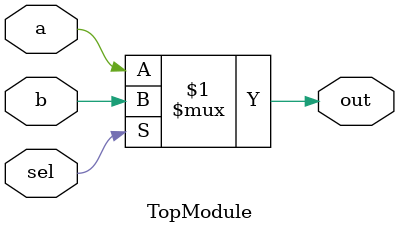
<source format=sv>
module TopModule (
    input logic a,    // One-bit input signal
    input logic b,    // One-bit input signal
    input logic sel,  // One-bit select signal to choose between inputs `a` and `b`
    output logic out  // One-bit output signal reflecting the selected input
);

    // Implementing the 2-to-1 multiplexer using a conditional operator
    assign out = sel ? b : a;

endmodule
</source>
